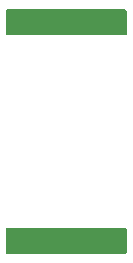
<source format=gbr>
%TF.GenerationSoftware,KiCad,Pcbnew,7.0.7*%
%TF.CreationDate,2023-10-05T20:18:13+02:00*%
%TF.ProjectId,_4mm_sleeper,5f346d6d-5f73-46c6-9565-7065722e6b69,rev?*%
%TF.SameCoordinates,Original*%
%TF.FileFunction,Copper,L2,Bot*%
%TF.FilePolarity,Positive*%
%FSLAX46Y46*%
G04 Gerber Fmt 4.6, Leading zero omitted, Abs format (unit mm)*
G04 Created by KiCad (PCBNEW 7.0.7) date 2023-10-05 20:18:13*
%MOMM*%
%LPD*%
G01*
G04 APERTURE LIST*
%TA.AperFunction,ViaPad*%
%ADD10C,0.500000*%
%TD*%
G04 APERTURE END LIST*
D10*
%TO.N,GND*%
X110200000Y-106600000D03*
X112100000Y-88100000D03*
X114300000Y-88100000D03*
X116900000Y-106600000D03*
X115700000Y-106600000D03*
X109000000Y-88100000D03*
X111200000Y-106600000D03*
X114400000Y-106600000D03*
X116800000Y-88100000D03*
X111100000Y-88100000D03*
X115600000Y-88100000D03*
X113300000Y-106600000D03*
X113200000Y-88100000D03*
X118100000Y-106600000D03*
X112200000Y-106600000D03*
X109100000Y-106600000D03*
X118000000Y-88100000D03*
X110100000Y-88100000D03*
%TD*%
%TA.AperFunction,Conductor*%
%TO.N,GND*%
G36*
X118643039Y-87019685D02*
G01*
X118688794Y-87072489D01*
X118700000Y-87124000D01*
X118700000Y-89076000D01*
X118680315Y-89143039D01*
X118627511Y-89188794D01*
X118576000Y-89200000D01*
X108624000Y-89200000D01*
X108556961Y-89180315D01*
X108511206Y-89127511D01*
X108500000Y-89076000D01*
X108500000Y-87124000D01*
X108519685Y-87056961D01*
X108572489Y-87011206D01*
X108624000Y-87000000D01*
X118576000Y-87000000D01*
X118643039Y-87019685D01*
G37*
%TD.AperFunction*%
%TD*%
%TA.AperFunction,Conductor*%
%TO.N,GND*%
G36*
X118643039Y-105519685D02*
G01*
X118688794Y-105572489D01*
X118700000Y-105624000D01*
X118700000Y-107576000D01*
X118680315Y-107643039D01*
X118627511Y-107688794D01*
X118576000Y-107700000D01*
X108624000Y-107700000D01*
X108556961Y-107680315D01*
X108511206Y-107627511D01*
X108500000Y-107576000D01*
X108500000Y-105624000D01*
X108519685Y-105556961D01*
X108572489Y-105511206D01*
X108624000Y-105500000D01*
X118576000Y-105500000D01*
X118643039Y-105519685D01*
G37*
%TD.AperFunction*%
%TD*%
M02*

</source>
